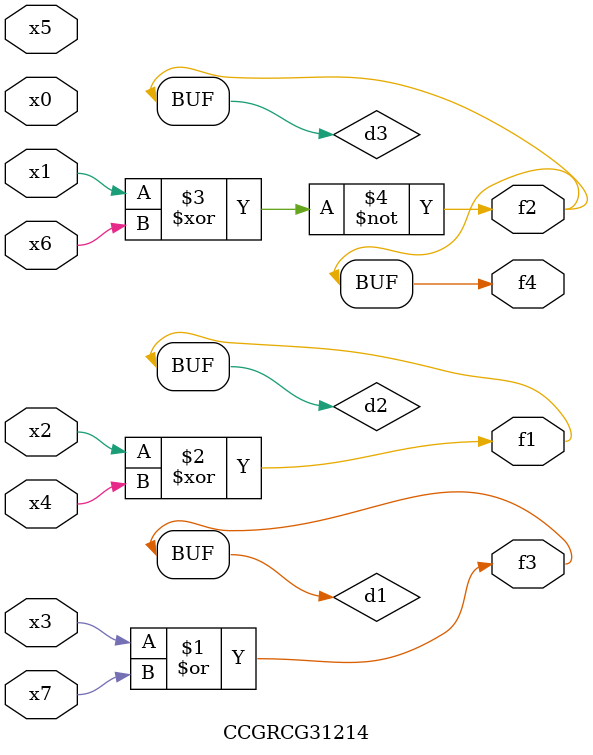
<source format=v>
module CCGRCG31214(
	input x0, x1, x2, x3, x4, x5, x6, x7,
	output f1, f2, f3, f4
);

	wire d1, d2, d3;

	or (d1, x3, x7);
	xor (d2, x2, x4);
	xnor (d3, x1, x6);
	assign f1 = d2;
	assign f2 = d3;
	assign f3 = d1;
	assign f4 = d3;
endmodule

</source>
